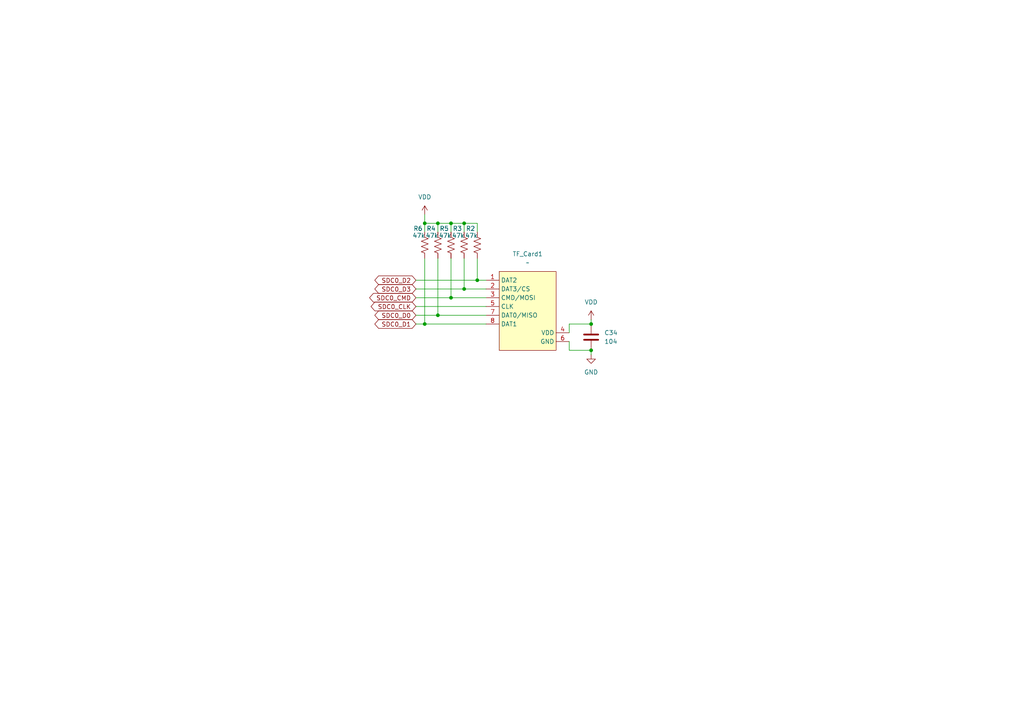
<source format=kicad_sch>
(kicad_sch (version 20250114) (generator "eeschema") (generator_version "9.0")
  (paper "A4")
  (title_block (title "Wireless Backup Camera - Encoder") (company "Group 25 Senior Design"))
  (lib_symbols
    (symbol "Device:C" (pin_numbers (hide yes)) (pin_names (offset 0.254))
      (property "Reference" "C" (at 0.635 2.54 0))
      (property "Value" "C" (at 0.635 -2.54 0))
      (symbol "C_0_1"
        (polyline (pts (xy -2.032 0.762) (xy 2.032 0.762)) (stroke (width 0.508)))
        (polyline (pts (xy -2.032 -0.762) (xy 2.032 -0.762)) (stroke (width 0.508)))
      )
      (symbol "C_1_1"
        (pin passive line (at 0 3.81 270) (length 2.794) (name "~") (number "1"))
        (pin passive line (at 0 -3.81 90) (length 2.794) (name "~") (number "2"))
      )
    )
    (symbol "Device:R_US" (pin_numbers (hide yes)) (pin_names (offset 0))
      (property "Reference" "R" (at 2.54 0 90))
      (property "Value" "R_US" (at -2.54 0 90))
      (symbol "R_US_0_1"
        (polyline (pts (xy 0 2.286) (xy 0 2.54)))
        (polyline (pts (xy 0 2.286) (xy 1.016 1.905) (xy 0 1.524) (xy -1.016 1.143) (xy 0 0.762)))
        (polyline (pts (xy 0 0.762) (xy 1.016 0.381) (xy 0 0) (xy -1.016 -0.381) (xy 0 -0.762)))
        (polyline (pts (xy 0 -0.762) (xy 1.016 -1.143) (xy 0 -1.524) (xy -1.016 -1.905) (xy 0 -2.286)))
        (polyline (pts (xy 0 -2.286) (xy 0 -2.54)))
      )
      (symbol "R_US_1_1"
        (pin passive line (at 0 3.81 270) (length 1.27) (name "~") (number "1"))
        (pin passive line (at 0 -3.81 90) (length 1.27) (name "~") (number "2"))
      )
    )
    (symbol "custom_chips:micro-sd-tf"
      (property "Reference" "TF_Card" (at -1.27 8.128 0))
      (symbol "micro-sd-tf_1_1"
        (rectangle (start -5.08 6.35) (end 11.43 -16.51) (fill (type background)))
        (pin bidirectional line (at -8.89 3.81 0) (length 3.81) (name "DAT2") (number "1"))
        (pin bidirectional line (at -8.89 1.27 0) (length 3.81) (name "DAT3/CS") (number "2"))
        (pin bidirectional line (at -8.89 -1.27 0) (length 3.81) (name "CMD/MOSI") (number "3"))
        (pin bidirectional line (at -8.89 -3.81 0) (length 3.81) (name "CLK") (number "5"))
        (pin bidirectional line (at -8.89 -6.35 0) (length 3.81) (name "DAT0/MISO") (number "7"))
        (pin bidirectional line (at -8.89 -8.89 0) (length 3.81) (name "DAT1") (number "8"))
        (pin power_in line (at 15.24 -11.43 180) (length 3.81) (name "VDD") (number "4"))
        (pin power_in line (at 15.24 -13.97 180) (length 3.81) (name "GND") (number "6"))
      )
    )
    (symbol "power:GND" (power) (pin_numbers (hide yes)) (pin_names (offset 0) (hide yes))
      (property "Value" "GND" (at 0 -3.81 0))
      (symbol "GND_0_1"
        (polyline (pts (xy 0 0) (xy 0 -1.27) (xy 1.27 -1.27) (xy 0 -2.54) (xy -1.27 -1.27) (xy 0 -1.27)))
      )
      (symbol "GND_1_1"
        (pin power_in line (at 0 0 270) (length 0) (name "~") (number "1"))
      )
    )
    (symbol "power:VDD" (power) (pin_numbers (hide yes)) (pin_names (offset 0) (hide yes))
      (property "Value" "VDD" (at 0 3.556 0))
      (symbol "VDD_0_1"
        (polyline (pts (xy -0.762 1.27) (xy 0 2.54)))
        (polyline (pts (xy 0 2.54) (xy 0.762 1.27)))
        (polyline (pts (xy 0 0) (xy 0 2.54)))
      )
      (symbol "VDD_1_1"
        (pin power_in line (at 0 0 90) (length 0) (name "~") (number "1"))
      )
    )
  )
  (junction (at 171.45 93.98))
  (junction (at 171.45 101.6))
  (junction (at 127 91.44))
  (junction (at 130.81 64.77))
  (junction (at 138.43 81.28))
  (junction (at 134.62 64.77))
  (junction (at 123.19 93.98))
  (junction (at 130.81 86.36))
  (junction (at 134.62 83.82))
  (junction (at 123.19 64.77))
  (junction (at 127 64.77))
  (wire (pts (xy 127 91.44) (xy 140.97 91.44)))
  (wire (pts (xy 123.19 93.98) (xy 140.97 93.98)))
  (wire (pts (xy 123.19 62.23) (xy 123.19 64.77)))
  (wire (pts (xy 134.62 83.82) (xy 140.97 83.82)))
  (wire (pts (xy 165.1 93.98) (xy 171.45 93.98)))
  (wire (pts (xy 171.45 92.71) (xy 171.45 93.98)))
  (wire (pts (xy 120.65 83.82) (xy 134.62 83.82)))
  (wire (pts (xy 120.65 91.44) (xy 127 91.44)))
  (wire (pts (xy 134.62 74.93) (xy 134.62 83.82)))
  (wire (pts (xy 130.81 86.36) (xy 140.97 86.36)))
  (wire (pts (xy 120.65 88.9) (xy 140.97 88.9)))
  (wire (pts (xy 127 64.77) (xy 130.81 64.77)))
  (wire (pts (xy 134.62 64.77) (xy 130.81 64.77)))
  (wire (pts (xy 171.45 101.6) (xy 171.45 102.87)))
  (wire (pts (xy 130.81 74.93) (xy 130.81 86.36)))
  (wire (pts (xy 120.65 93.98) (xy 123.19 93.98)))
  (wire (pts (xy 127 74.93) (xy 127 91.44)))
  (wire (pts (xy 138.43 81.28) (xy 140.97 81.28)))
  (wire (pts (xy 165.1 96.52) (xy 165.1 93.98)))
  (wire (pts (xy 165.1 101.6) (xy 171.45 101.6)))
  (wire (pts (xy 138.43 74.93) (xy 138.43 81.28)))
  (wire (pts (xy 120.65 86.36) (xy 130.81 86.36)))
  (wire (pts (xy 123.19 64.77) (xy 123.19 67.31)))
  (wire (pts (xy 127 67.31) (xy 127 64.77)))
  (wire (pts (xy 138.43 67.31) (xy 138.43 64.77)))
  (wire (pts (xy 120.65 81.28) (xy 138.43 81.28)))
  (wire (pts (xy 138.43 64.77) (xy 134.62 64.77)))
  (wire (pts (xy 123.19 74.93) (xy 123.19 93.98)))
  (wire (pts (xy 130.81 67.31) (xy 130.81 64.77)))
  (wire (pts (xy 134.62 67.31) (xy 134.62 64.77)))
  (wire (pts (xy 123.19 64.77) (xy 127 64.77)))
  (wire (pts (xy 165.1 99.06) (xy 165.1 101.6)))
  (global_label "SDC0_CLK" (shape bidirectional) (at 120.65 88.9 180) (property "Intersheetrefs" "${INTERSHEET_REFS}" (effects (hide yes))))
  (global_label "SDC0_CMD" (shape bidirectional) (at 120.65 86.36 180) (property "Intersheetrefs" "${INTERSHEET_REFS}" (effects (hide yes))))
  (global_label "SDC0_D3" (shape bidirectional) (at 120.65 83.82 180) (property "Intersheetrefs" "${INTERSHEET_REFS}" (effects (hide yes))))
  (global_label "SDC0_D1" (shape bidirectional) (at 120.65 93.98 180) (property "Intersheetrefs" "${INTERSHEET_REFS}" (effects (hide yes))))
  (global_label "SDC0_D0" (shape bidirectional) (at 120.65 91.44 180) (property "Intersheetrefs" "${INTERSHEET_REFS}" (effects (hide yes))))
  (global_label "SDC0_D2" (shape bidirectional) (at 120.65 81.28 180) (property "Intersheetrefs" "${INTERSHEET_REFS}" (effects (hide yes))))
  (symbol (lib_id "custom_chips:micro-sd-tf") (at 149.86 85.09 0) (unit 1)
    (property "Reference" "TF_Card1" (at 153.035 73.66 0))
    (property "Value" "~" (at 153.035 76.2 0))
    (property "Footprint" "Connector_Card:microSD_HC_Hirose_DM3D-SF" (effects (hide yes)))
  )
  (symbol (lib_id "Device:C") (at 171.45 97.79 0) (unit 1)
    (property "Reference" "C34" (at 175.26 96.5199 0) (effects (justify left)))
    (property "Value" "104" (at 175.26 99.0599 0) (effects (justify left)))
    (property "Footprint" "Capacitor_SMD:C_0805_2012Metric_Pad1.18x1.45mm_HandSolder" (effects (hide yes)))
    (property "Description" "Unpolarized capacitor" (effects (hide yes)))
  )
  (symbol (lib_id "Device:R_US") (at 123.19 71.12 0) (unit 1)
    (property "Reference" "R6" (at 119.888 66.294 0) (effects (justify left)))
    (property "Value" "47k" (at 119.634 68.326 0) (effects (justify left)))
    (property "Footprint" "Resistor_SMD:R_0805_2012Metric_Pad1.20x1.40mm_HandSolder" (effects (hide yes)))
    (property "Description" "Resistor, US symbol" (effects (hide yes)))
  )
  (symbol (lib_id "Device:R_US") (at 138.43 71.12 0) (unit 1)
    (property "Reference" "R2" (at 135.128 66.294 0) (effects (justify left)))
    (property "Value" "47k" (at 134.874 68.326 0) (effects (justify left)))
    (property "Footprint" "Resistor_SMD:R_0805_2012Metric_Pad1.20x1.40mm_HandSolder" (effects (hide yes)))
    (property "Description" "Resistor, US symbol" (effects (hide yes)))
  )
  (symbol (lib_id "power:VDD") (at 123.19 62.23 0) (unit 1)
    (property "Reference" "#PWR05" (effects (hide yes)))
    (property "Value" "VDD" (at 123.19 57.15 0))
    (property "Description" "Power symbol creates a global label with name \"VDD\"" (effects (hide yes)))
  )
  (symbol (lib_id "Device:R_US") (at 134.62 71.12 0) (unit 1)
    (property "Reference" "R3" (at 131.318 66.294 0) (effects (justify left)))
    (property "Value" "47k" (at 131.064 68.326 0) (effects (justify left)))
    (property "Footprint" "Resistor_SMD:R_0805_2012Metric_Pad1.20x1.40mm_HandSolder" (effects (hide yes)))
    (property "Description" "Resistor, US symbol" (effects (hide yes)))
  )
  (symbol (lib_id "Device:R_US") (at 127 71.12 0) (unit 1)
    (property "Reference" "R4" (at 123.698 66.294 0) (effects (justify left)))
    (property "Value" "47k" (at 123.444 68.326 0) (effects (justify left)))
    (property "Footprint" "Resistor_SMD:R_0805_2012Metric_Pad1.20x1.40mm_HandSolder" (effects (hide yes)))
    (property "Description" "Resistor, US symbol" (effects (hide yes)))
  )
  (symbol (lib_id "power:GND") (at 171.45 102.87 0) (unit 1)
    (property "Reference" "#PWR02" (effects (hide yes)))
    (property "Value" "GND" (at 171.45 107.95 0))
    (property "Description" "Power symbol creates a global label with name \"GND\" , ground" (effects (hide yes)))
  )
  (symbol (lib_id "Device:R_US") (at 130.81 71.12 0) (unit 1)
    (property "Reference" "R5" (at 127.508 66.294 0) (effects (justify left)))
    (property "Value" "47k" (at 127.254 68.326 0) (effects (justify left)))
    (property "Footprint" "Resistor_SMD:R_0805_2012Metric_Pad1.20x1.40mm_HandSolder" (effects (hide yes)))
    (property "Description" "Resistor, US symbol" (effects (hide yes)))
  )
  (symbol (lib_id "power:VDD") (at 171.45 92.71 0) (unit 1)
    (property "Reference" "#PWR03" (effects (hide yes)))
    (property "Value" "VDD" (at 171.45 87.63 0))
    (property "Description" "Power symbol creates a global label with name \"VDD\"" (effects (hide yes)))
  )
)
</source>
